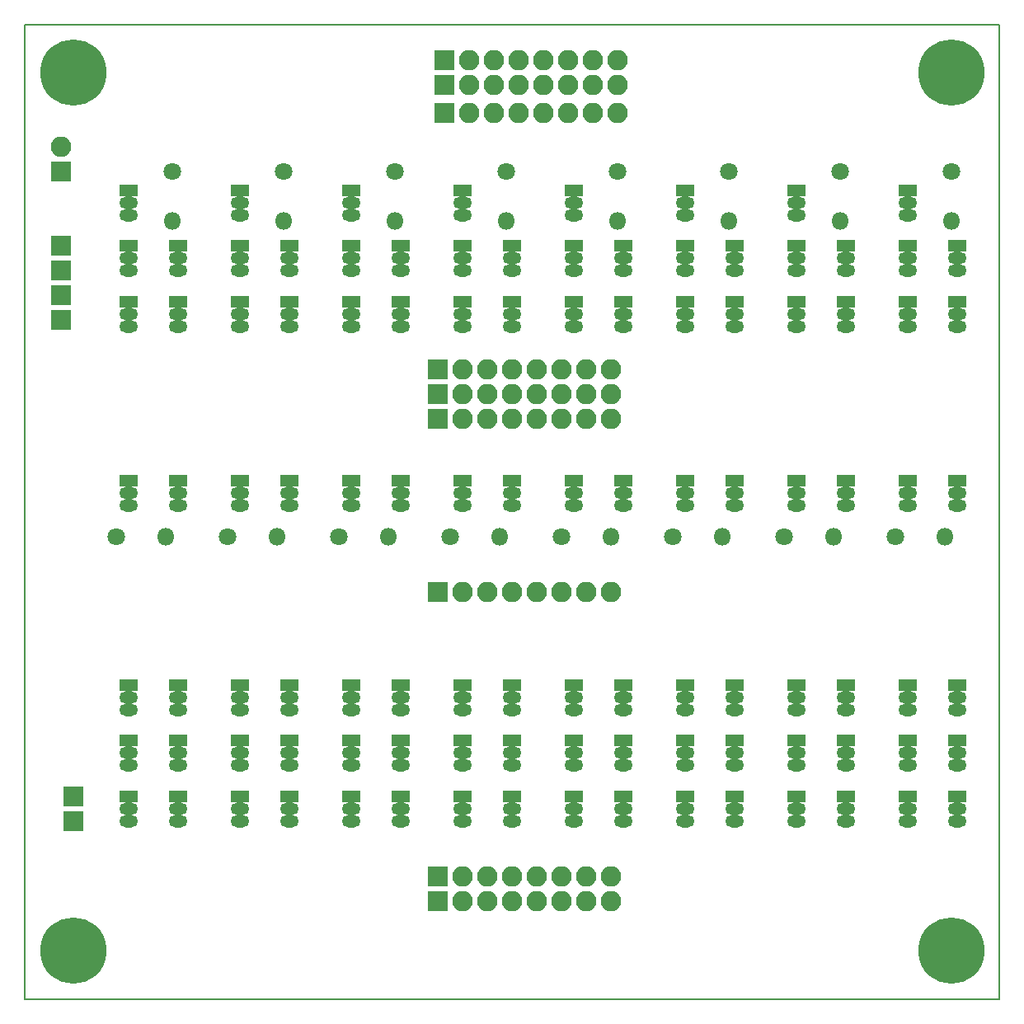
<source format=gbr>
%TF.GenerationSoftware,KiCad,Pcbnew,4.0.7-e2-6376~61~ubuntu18.04.1*%
%TF.CreationDate,2020-08-28T19:45:04+02:00*%
%TF.ProjectId,sel,73656C2E6B696361645F706362000000,rev?*%
%TF.FileFunction,Soldermask,Bot*%
%FSLAX46Y46*%
G04 Gerber Fmt 4.6, Leading zero omitted, Abs format (unit mm)*
G04 Created by KiCad (PCBNEW 4.0.7-e2-6376~61~ubuntu18.04.1) date Fri Aug 28 19:45:04 2020*
%MOMM*%
%LPD*%
G01*
G04 APERTURE LIST*
%ADD10C,0.100000*%
%ADD11C,0.150000*%
%ADD12R,2.100000X2.100000*%
%ADD13O,2.100000X2.100000*%
%ADD14O,1.900000X1.300000*%
%ADD15R,1.900000X1.300000*%
%ADD16C,1.800000*%
%ADD17O,1.800000X1.800000*%
%ADD18C,6.800000*%
G04 APERTURE END LIST*
D10*
D11*
X41440000Y-15405000D02*
X41440000Y-115405000D01*
X41440000Y-115405000D02*
X141440000Y-115405000D01*
X141440000Y-15405000D02*
X141440000Y-115405000D01*
X41440000Y-15405000D02*
X141440000Y-15405000D01*
D12*
X83820000Y-53340000D03*
D13*
X86360000Y-53340000D03*
X88900000Y-53340000D03*
X91440000Y-53340000D03*
X93980000Y-53340000D03*
X96520000Y-53340000D03*
X99060000Y-53340000D03*
X101600000Y-53340000D03*
D12*
X45085000Y-30480000D03*
D13*
X45085000Y-27940000D03*
D12*
X83820000Y-55880000D03*
D13*
X86360000Y-55880000D03*
X88900000Y-55880000D03*
X91440000Y-55880000D03*
X93980000Y-55880000D03*
X96520000Y-55880000D03*
X99060000Y-55880000D03*
X101600000Y-55880000D03*
D12*
X45085000Y-45720000D03*
X84455000Y-19050000D03*
D13*
X86995000Y-19050000D03*
X89535000Y-19050000D03*
X92075000Y-19050000D03*
X94615000Y-19050000D03*
X97155000Y-19050000D03*
X99695000Y-19050000D03*
X102235000Y-19050000D03*
D12*
X84455000Y-24447500D03*
D13*
X86995000Y-24447500D03*
X89535000Y-24447500D03*
X92075000Y-24447500D03*
X94615000Y-24447500D03*
X97155000Y-24447500D03*
X99695000Y-24447500D03*
X102235000Y-24447500D03*
D12*
X84455000Y-21590000D03*
D13*
X86995000Y-21590000D03*
X89535000Y-21590000D03*
X92075000Y-21590000D03*
X94615000Y-21590000D03*
X97155000Y-21590000D03*
X99695000Y-21590000D03*
X102235000Y-21590000D03*
D12*
X45085000Y-40640000D03*
X45085000Y-43180000D03*
X45085000Y-38100000D03*
X46355000Y-94615000D03*
X46355000Y-97155000D03*
X83820000Y-105410000D03*
D13*
X86360000Y-105410000D03*
X88900000Y-105410000D03*
X91440000Y-105410000D03*
X93980000Y-105410000D03*
X96520000Y-105410000D03*
X99060000Y-105410000D03*
X101600000Y-105410000D03*
D12*
X83820000Y-102870000D03*
D13*
X86360000Y-102870000D03*
X88900000Y-102870000D03*
X91440000Y-102870000D03*
X93980000Y-102870000D03*
X96520000Y-102870000D03*
X99060000Y-102870000D03*
X101600000Y-102870000D03*
D14*
X57150000Y-95885000D03*
X57150000Y-97155000D03*
D15*
X57150000Y-94615000D03*
D14*
X52070000Y-95885000D03*
X52070000Y-97155000D03*
D15*
X52070000Y-94615000D03*
D14*
X57150000Y-90170000D03*
X57150000Y-91440000D03*
D15*
X57150000Y-88900000D03*
D14*
X52070000Y-90170000D03*
X52070000Y-91440000D03*
D15*
X52070000Y-88900000D03*
D14*
X52070000Y-84455000D03*
X52070000Y-85725000D03*
D15*
X52070000Y-83185000D03*
D14*
X57150000Y-84455000D03*
X57150000Y-85725000D03*
D15*
X57150000Y-83185000D03*
D14*
X80010000Y-95885000D03*
X80010000Y-97155000D03*
D15*
X80010000Y-94615000D03*
D14*
X74930000Y-95885000D03*
X74930000Y-97155000D03*
D15*
X74930000Y-94615000D03*
D14*
X80010000Y-90170000D03*
X80010000Y-91440000D03*
D15*
X80010000Y-88900000D03*
D14*
X74930000Y-90170000D03*
X74930000Y-91440000D03*
D15*
X74930000Y-88900000D03*
D14*
X74930000Y-84455000D03*
X74930000Y-85725000D03*
D15*
X74930000Y-83185000D03*
D14*
X80010000Y-84455000D03*
X80010000Y-85725000D03*
D15*
X80010000Y-83185000D03*
D14*
X91440000Y-95885000D03*
X91440000Y-97155000D03*
D15*
X91440000Y-94615000D03*
D14*
X86360000Y-95885000D03*
X86360000Y-97155000D03*
D15*
X86360000Y-94615000D03*
D14*
X91440000Y-90170000D03*
X91440000Y-91440000D03*
D15*
X91440000Y-88900000D03*
D14*
X86360000Y-90170000D03*
X86360000Y-91440000D03*
D15*
X86360000Y-88900000D03*
D14*
X86360000Y-84455000D03*
X86360000Y-85725000D03*
D15*
X86360000Y-83185000D03*
D14*
X91440000Y-84455000D03*
X91440000Y-85725000D03*
D15*
X91440000Y-83185000D03*
D14*
X102870000Y-95885000D03*
X102870000Y-97155000D03*
D15*
X102870000Y-94615000D03*
D14*
X97790000Y-95885000D03*
X97790000Y-97155000D03*
D15*
X97790000Y-94615000D03*
D14*
X102870000Y-90170000D03*
X102870000Y-91440000D03*
D15*
X102870000Y-88900000D03*
D14*
X97790000Y-90170000D03*
X97790000Y-91440000D03*
D15*
X97790000Y-88900000D03*
D14*
X97790000Y-84455000D03*
X97790000Y-85725000D03*
D15*
X97790000Y-83185000D03*
D14*
X102870000Y-84455000D03*
X102870000Y-85725000D03*
D15*
X102870000Y-83185000D03*
D14*
X114300000Y-95885000D03*
X114300000Y-97155000D03*
D15*
X114300000Y-94615000D03*
D14*
X109220000Y-95885000D03*
X109220000Y-97155000D03*
D15*
X109220000Y-94615000D03*
D14*
X114300000Y-90170000D03*
X114300000Y-91440000D03*
D15*
X114300000Y-88900000D03*
D14*
X109220000Y-90170000D03*
X109220000Y-91440000D03*
D15*
X109220000Y-88900000D03*
D14*
X109220000Y-84455000D03*
X109220000Y-85725000D03*
D15*
X109220000Y-83185000D03*
D14*
X114300000Y-84455000D03*
X114300000Y-85725000D03*
D15*
X114300000Y-83185000D03*
D14*
X125730000Y-95885000D03*
X125730000Y-97155000D03*
D15*
X125730000Y-94615000D03*
D14*
X120650000Y-95885000D03*
X120650000Y-97155000D03*
D15*
X120650000Y-94615000D03*
D14*
X125730000Y-90170000D03*
X125730000Y-91440000D03*
D15*
X125730000Y-88900000D03*
D14*
X120650000Y-90170000D03*
X120650000Y-91440000D03*
D15*
X120650000Y-88900000D03*
D14*
X120650000Y-84455000D03*
X120650000Y-85725000D03*
D15*
X120650000Y-83185000D03*
D14*
X125730000Y-84455000D03*
X125730000Y-85725000D03*
D15*
X125730000Y-83185000D03*
D14*
X137160000Y-95885000D03*
X137160000Y-97155000D03*
D15*
X137160000Y-94615000D03*
D14*
X132080000Y-95885000D03*
X132080000Y-97155000D03*
D15*
X132080000Y-94615000D03*
D14*
X137160000Y-90170000D03*
X137160000Y-91440000D03*
D15*
X137160000Y-88900000D03*
D14*
X132080000Y-90170000D03*
X132080000Y-91440000D03*
D15*
X132080000Y-88900000D03*
D14*
X132080000Y-84455000D03*
X132080000Y-85725000D03*
D15*
X132080000Y-83185000D03*
D14*
X137160000Y-84455000D03*
X137160000Y-85725000D03*
D15*
X137160000Y-83185000D03*
D14*
X68580000Y-95885000D03*
X68580000Y-97155000D03*
D15*
X68580000Y-94615000D03*
D14*
X63500000Y-95885000D03*
X63500000Y-97155000D03*
D15*
X63500000Y-94615000D03*
D14*
X68580000Y-90170000D03*
X68580000Y-91440000D03*
D15*
X68580000Y-88900000D03*
D14*
X63500000Y-90170000D03*
X63500000Y-91440000D03*
D15*
X63500000Y-88900000D03*
D14*
X63500000Y-84455000D03*
X63500000Y-85725000D03*
D15*
X63500000Y-83185000D03*
D14*
X68580000Y-84455000D03*
X68580000Y-85725000D03*
D15*
X68580000Y-83185000D03*
D14*
X52070000Y-63500000D03*
X52070000Y-64770000D03*
D15*
X52070000Y-62230000D03*
D14*
X57150000Y-63500000D03*
X57150000Y-64770000D03*
D15*
X57150000Y-62230000D03*
D14*
X63500000Y-63500000D03*
X63500000Y-64770000D03*
D15*
X63500000Y-62230000D03*
D14*
X68580000Y-63500000D03*
X68580000Y-64770000D03*
D15*
X68580000Y-62230000D03*
D14*
X74930000Y-63500000D03*
X74930000Y-64770000D03*
D15*
X74930000Y-62230000D03*
D14*
X80010000Y-63500000D03*
X80010000Y-64770000D03*
D15*
X80010000Y-62230000D03*
D14*
X86360000Y-63500000D03*
X86360000Y-64770000D03*
D15*
X86360000Y-62230000D03*
D14*
X91440000Y-63500000D03*
X91440000Y-64770000D03*
D15*
X91440000Y-62230000D03*
D14*
X97790000Y-63500000D03*
X97790000Y-64770000D03*
D15*
X97790000Y-62230000D03*
D14*
X102870000Y-63500000D03*
X102870000Y-64770000D03*
D15*
X102870000Y-62230000D03*
D14*
X109220000Y-63500000D03*
X109220000Y-64770000D03*
D15*
X109220000Y-62230000D03*
D14*
X114300000Y-63500000D03*
X114300000Y-64770000D03*
D15*
X114300000Y-62230000D03*
D14*
X120650000Y-63500000D03*
X120650000Y-64770000D03*
D15*
X120650000Y-62230000D03*
D14*
X125730000Y-63500000D03*
X125730000Y-64770000D03*
D15*
X125730000Y-62230000D03*
D14*
X132080000Y-63500000D03*
X132080000Y-64770000D03*
D15*
X132080000Y-62230000D03*
D14*
X137160000Y-63500000D03*
X137160000Y-64770000D03*
D15*
X137160000Y-62230000D03*
D14*
X52070000Y-33655000D03*
X52070000Y-34925000D03*
D15*
X52070000Y-32385000D03*
D14*
X52070000Y-39370000D03*
X52070000Y-40640000D03*
D15*
X52070000Y-38100000D03*
D14*
X52070000Y-45085000D03*
X52070000Y-46355000D03*
D15*
X52070000Y-43815000D03*
D14*
X57150000Y-39370000D03*
X57150000Y-40640000D03*
D15*
X57150000Y-38100000D03*
D14*
X57150000Y-45085000D03*
X57150000Y-46355000D03*
D15*
X57150000Y-43815000D03*
D14*
X63500000Y-33655000D03*
X63500000Y-34925000D03*
D15*
X63500000Y-32385000D03*
D14*
X63500000Y-39370000D03*
X63500000Y-40640000D03*
D15*
X63500000Y-38100000D03*
D14*
X63500000Y-45085000D03*
X63500000Y-46355000D03*
D15*
X63500000Y-43815000D03*
D14*
X68580000Y-39370000D03*
X68580000Y-40640000D03*
D15*
X68580000Y-38100000D03*
D14*
X68580000Y-45085000D03*
X68580000Y-46355000D03*
D15*
X68580000Y-43815000D03*
D14*
X74930000Y-33655000D03*
X74930000Y-34925000D03*
D15*
X74930000Y-32385000D03*
D14*
X74930000Y-39370000D03*
X74930000Y-40640000D03*
D15*
X74930000Y-38100000D03*
D14*
X74930000Y-45085000D03*
X74930000Y-46355000D03*
D15*
X74930000Y-43815000D03*
D14*
X80010000Y-39370000D03*
X80010000Y-40640000D03*
D15*
X80010000Y-38100000D03*
D14*
X80010000Y-45085000D03*
X80010000Y-46355000D03*
D15*
X80010000Y-43815000D03*
D14*
X86360000Y-33655000D03*
X86360000Y-34925000D03*
D15*
X86360000Y-32385000D03*
D14*
X86360000Y-39370000D03*
X86360000Y-40640000D03*
D15*
X86360000Y-38100000D03*
D14*
X86360000Y-45085000D03*
X86360000Y-46355000D03*
D15*
X86360000Y-43815000D03*
D14*
X91440000Y-39370000D03*
X91440000Y-40640000D03*
D15*
X91440000Y-38100000D03*
D14*
X91440000Y-45085000D03*
X91440000Y-46355000D03*
D15*
X91440000Y-43815000D03*
D14*
X97790000Y-33655000D03*
X97790000Y-34925000D03*
D15*
X97790000Y-32385000D03*
D14*
X97790000Y-39370000D03*
X97790000Y-40640000D03*
D15*
X97790000Y-38100000D03*
D14*
X97790000Y-45085000D03*
X97790000Y-46355000D03*
D15*
X97790000Y-43815000D03*
D14*
X102870000Y-39370000D03*
X102870000Y-40640000D03*
D15*
X102870000Y-38100000D03*
D14*
X102870000Y-45085000D03*
X102870000Y-46355000D03*
D15*
X102870000Y-43815000D03*
D14*
X109220000Y-33655000D03*
X109220000Y-34925000D03*
D15*
X109220000Y-32385000D03*
D14*
X109220000Y-39370000D03*
X109220000Y-40640000D03*
D15*
X109220000Y-38100000D03*
D14*
X109220000Y-45085000D03*
X109220000Y-46355000D03*
D15*
X109220000Y-43815000D03*
D14*
X114300000Y-39370000D03*
X114300000Y-40640000D03*
D15*
X114300000Y-38100000D03*
D14*
X114300000Y-45085000D03*
X114300000Y-46355000D03*
D15*
X114300000Y-43815000D03*
D14*
X120650000Y-33655000D03*
X120650000Y-34925000D03*
D15*
X120650000Y-32385000D03*
D14*
X120650000Y-39370000D03*
X120650000Y-40640000D03*
D15*
X120650000Y-38100000D03*
D14*
X120650000Y-45085000D03*
X120650000Y-46355000D03*
D15*
X120650000Y-43815000D03*
D14*
X125730000Y-39370000D03*
X125730000Y-40640000D03*
D15*
X125730000Y-38100000D03*
D14*
X125730000Y-45085000D03*
X125730000Y-46355000D03*
D15*
X125730000Y-43815000D03*
D14*
X132080000Y-33655000D03*
X132080000Y-34925000D03*
D15*
X132080000Y-32385000D03*
D14*
X132080000Y-39370000D03*
X132080000Y-40640000D03*
D15*
X132080000Y-38100000D03*
D14*
X132080000Y-45085000D03*
X132080000Y-46355000D03*
D15*
X132080000Y-43815000D03*
D14*
X137160000Y-39370000D03*
X137160000Y-40640000D03*
D15*
X137160000Y-38100000D03*
D14*
X137160000Y-45085000D03*
X137160000Y-46355000D03*
D15*
X137160000Y-43815000D03*
D16*
X50800000Y-67945000D03*
D17*
X55880000Y-67945000D03*
D16*
X62230000Y-67945000D03*
D17*
X67310000Y-67945000D03*
D16*
X73660000Y-67945000D03*
D17*
X78740000Y-67945000D03*
D16*
X85090000Y-67945000D03*
D17*
X90170000Y-67945000D03*
D16*
X96520000Y-67945000D03*
D17*
X101600000Y-67945000D03*
D16*
X107950000Y-67945000D03*
D17*
X113030000Y-67945000D03*
D16*
X119380000Y-67945000D03*
D17*
X124460000Y-67945000D03*
D16*
X130810000Y-67945000D03*
D17*
X135890000Y-67945000D03*
D16*
X56515000Y-30480000D03*
D17*
X56515000Y-35560000D03*
D16*
X67945000Y-30480000D03*
D17*
X67945000Y-35560000D03*
D16*
X79375000Y-30480000D03*
D17*
X79375000Y-35560000D03*
D16*
X90805000Y-30480000D03*
D17*
X90805000Y-35560000D03*
D16*
X102235000Y-30480000D03*
D17*
X102235000Y-35560000D03*
D16*
X113665000Y-30480000D03*
D17*
X113665000Y-35560000D03*
D16*
X125095000Y-30480000D03*
D17*
X125095000Y-35560000D03*
D16*
X136525000Y-30480000D03*
D17*
X136525000Y-35560000D03*
D18*
X46355000Y-20320000D03*
X136525000Y-20320000D03*
X136525000Y-110490000D03*
X46355000Y-110490000D03*
D12*
X83820000Y-73660000D03*
D13*
X86360000Y-73660000D03*
X88900000Y-73660000D03*
X91440000Y-73660000D03*
X93980000Y-73660000D03*
X96520000Y-73660000D03*
X99060000Y-73660000D03*
X101600000Y-73660000D03*
D12*
X83820000Y-50800000D03*
D13*
X86360000Y-50800000D03*
X88900000Y-50800000D03*
X91440000Y-50800000D03*
X93980000Y-50800000D03*
X96520000Y-50800000D03*
X99060000Y-50800000D03*
X101600000Y-50800000D03*
M02*

</source>
